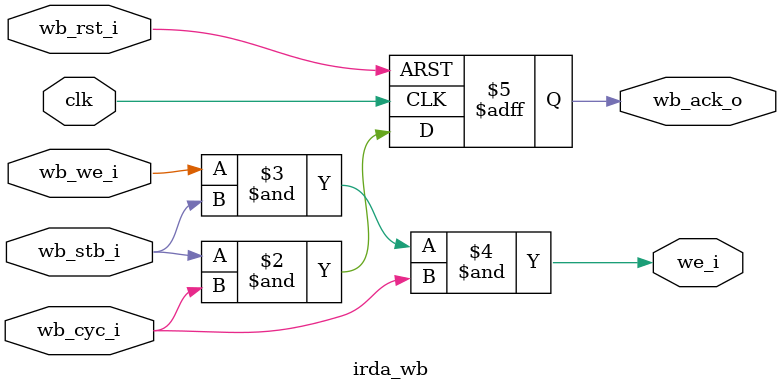
<source format=v>
`include "irda_defines.v"

module irda_wb (clk, wb_rst_i, wb_stb_i, wb_cyc_i,  wb_we_i, wb_ack_o, we_i);

input			clk;
input			wb_rst_i;
input			wb_stb_i;
input			wb_cyc_i;
input			wb_we_i;
output		wb_ack_o;
output		we_i;		// Write enable output for the registers

reg			wb_ack_o;

always @(posedge clk or posedge wb_rst_i)
begin
	if (wb_rst_i) begin
		wb_ack_o <= #1 0;
	end else begin
		wb_ack_o <= #1 wb_stb_i & wb_cyc_i; // one clock delay on acknowledge output
	end
end

assign we_i = wb_we_i & wb_stb_i & wb_cyc_i;

endmodule

</source>
